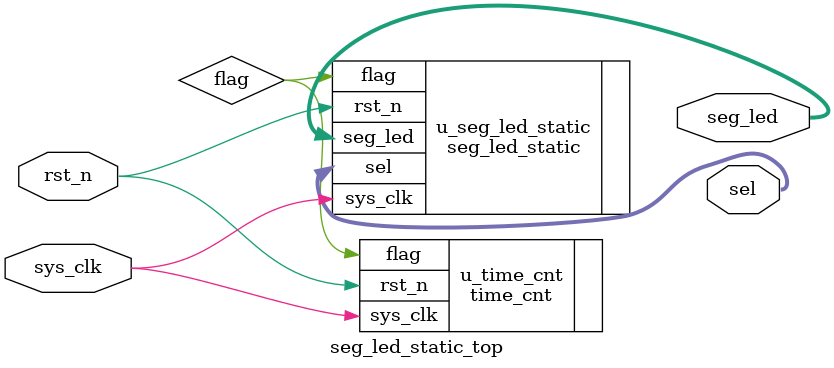
<source format=v>
module seg_led_static_top(
	input         sys_clk,
	input 		  rst_n,
	
	output [7:0]  seg_led,
	output [5:0]  sel
);

wire 	flag;

time_cnt u_time_cnt(
	.sys_clk      (sys_clk),
	.rst_n        (rst_n),
	
	.flag         (flag),
);

seg_led_static u_seg_led_static(
	.sys_clk     (sys_clk),
	.rst_n       (rst_n),
	
	.flag        (flag),
	.seg_led     (seg_led),        //数码管段选
	.sel         (sel)         //数码管位选
);
endmodule

</source>
